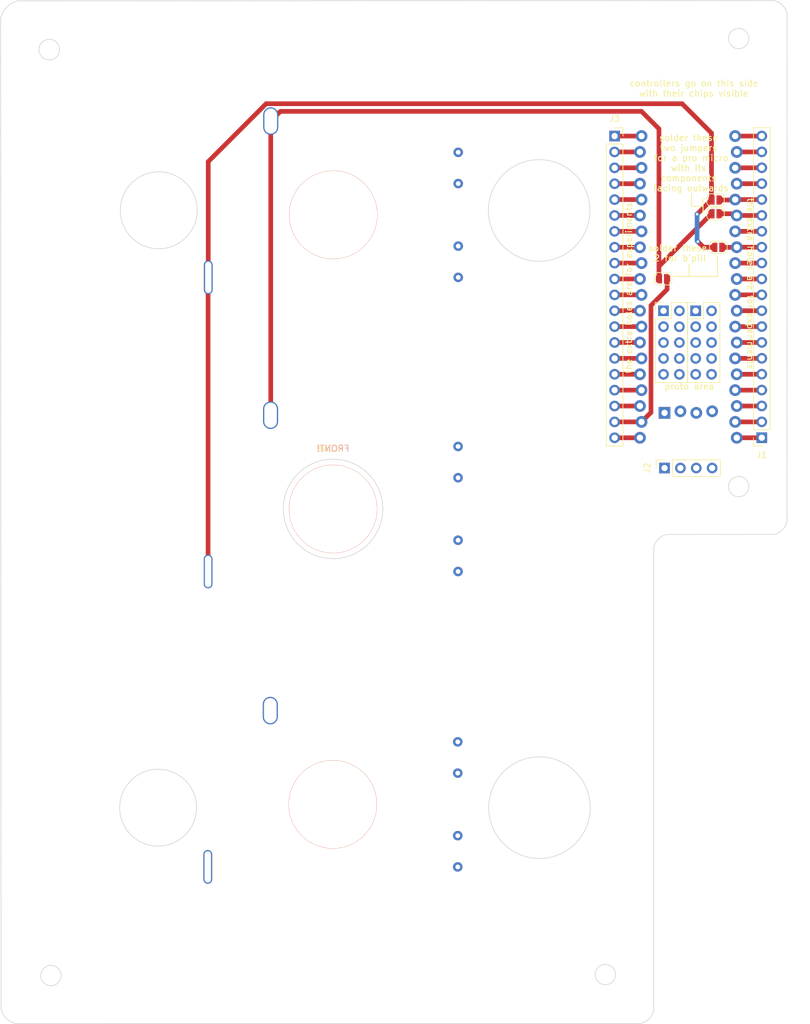
<source format=kicad_pcb>
(kicad_pcb (version 20211014) (generator pcbnew)
  (layers (0 "F.Cu" signal) (31 "B.Cu" signal) (34 "B.Paste" user) (35 "F.Paste" user) (36 "B.SilkS" user "B.Silkscreen") (37 "F.SilkS" user "F.Silkscreen") (38 "B.Mask" user) (39 "F.Mask" user) (44 "Edge.Cuts" user))
  (net 0 "")
  (net 3 "21")
  (net 4 "22")
  (net 5 "23")
  (net 6 "24")
  (net 7 "25")
  (net 8 "26")
  (net 9 "27")
  (net 10 "28")
  (net 11 "29")
  (net 12 "30")
  (net 13 "31")
  (net 14 "32")
  (net 15 "33")
  (net 16 "34")
  (net 17 "35")
  (net 18 "36")
  (net 19 "37")
  (net 20 "38")
  (net 21 "39")
  (net 22 "40")
  (net 23 "41")
  (net 24 "42")
  (net 25 "43")
  (net 26 "44")
  (net 27 "1")
  (net 28 "2")
  (net 29 "3")
  (net 30 "4")
  (net 31 "5")
  (net 32 "6")
  (net 33 "7")
  (net 34 "8")
  (net 35 "9")
  (net 36 "10")
  (net 37 "11")
  (net 38 "12")
  (net 39 "13")
  (net 40 "14")
  (net 41 "15")
  (net 42 "16")
  (net 43 "17")
  (net 44 "18")
  (net 45 "19")
  (net 46 "20")
  (net 47 "Net-(SW3-Pad2)")
  (net 48 "Net-(JP2-Pad1)")
  (footprint "kicad_blackpill:BlackPill_STLINK" (layer "F.Cu") (at 136.025 69.1)
    (fp_text reference " " (at 0.05 -0.025 90) (layer "F.SilkS"))
    (fp_text value "BlackPill")
    (pad "1" thru_hole circle (at -7.493 -25.1 270) (size 1.8796 1.8796) (drill 1.016) (layers *.Cu *.Mask) (net 27 "1"))
    (pad "2" thru_hole circle (at -7.747 -22.56 270) (size 1.8796 1.8796) (drill 1.016) (layers *.Cu *.Mask) (net 28 "2"))
    (pad "3" thru_hole circle (at -7.493 -20.02 270) (size 1.8796 1.8796) (drill 1.016) (layers *.Cu *.Mask) (net 29 "3"))
    (pad "4" thru_hole circle (at -7.747 -17.48 270) (size 1.8796 1.8796) (drill 1.016) (layers *.Cu *.Mask) (net 30 "4"))
    (pad "5" thru_hole circle (at -7.493 -14.94 270) (size 1.8796 1.8796) (drill 1.016) (layers *.Cu *.Mask) (net 31 "5"))
    (pad "6" thru_hole circle (at -7.747 -12.4 270) (size 1.8796 1.8796) (drill 1.016) (layers *.Cu *.Mask) (net 32 "6"))
    (pad "7" thru_hole circle (at -7.493 -9.86 270) (size 1.8796 1.8796) (drill 1.016) (layers *.Cu *.Mask) (net 33 "7"))
    (pad "8" thru_hole circle (at -7.747 -7.32 270) (size 1.8796 1.8796) (drill 1.016) (layers *.Cu *.Mask) (net 34 "8"))
    (pad "9" thru_hole circle (at -7.493 -4.78 270) (size 1.8796 1.8796) (drill 1.016) (layers *.Cu *.Mask) (net 35 "9"))
    (pad "10" thru_hole circle (at -7.747 -2.24 270) (size 1.8796 1.8796) (drill 1.016) (layers *.Cu *.Mask) (net 36 "10"))
    (pad "11" thru_hole circle (at -7.493 0.3 270) (size 1.8796 1.8796) (drill 1.016) (layers *.Cu *.Mask) (net 37 "11"))
    (pad "12" thru_hole circle (at -7.747 2.84 270) (size 1.8796 1.8796) (drill 1.016) (layers *.Cu *.Mask) (net 38 "12"))
    (pad "13" thru_hole circle (at -7.493 5.38 270) (size 1.8796 1.8796) (drill 1.016) (layers *.Cu *.Mask) (net 39 "13"))
    (pad "14" thru_hole circle (at -7.747 7.92 270) (size 1.8796 1.8796) (drill 1.016) (layers *.Cu *.Mask) (net 40 "14"))
    (pad "15" thru_hole circle (at -7.493 10.46 270) (size 1.8796 1.8796) (drill 1.016) (layers *.Cu *.Mask) (net 41 "15"))
    (pad "16" thru_hole circle (at -7.747 13 270) (size 1.8796 1.8796) (drill 1.016) (layers *.Cu *.Mask) (net 42 "16"))
    (pad "17" thru_hole circle (at -7.493 15.54 270) (size 1.8796 1.8796) (drill 1.016) (layers *.Cu *.Mask) (net 43 "17"))
    (pad "18" thru_hole circle (at -7.747 18.08 270) (size 1.8796 1.8796) (drill 1.016) (layers *.Cu *.Mask) (net 44 "18"))
    (pad "19" thru_hole circle (at -7.493 20.62 270) (size 1.8796 1.8796) (drill 1.016) (layers *.Cu *.Mask) (net 45 "19"))
    (pad "20" thru_hole circle (at -7.747 23.16 270) (size 1.8796 1.8796) (drill 1.016) (layers *.Cu *.Mask) (net 46 "20"))
    (pad "21" thru_hole circle (at 7.747 23.16 90) (size 1.8796 1.8796) (drill 1.016) (layers *.Cu *.Mask) (net 3 "21"))
    (pad "22" thru_hole circle (at 7.493 20.62 90) (size 1.8796 1.8796) (drill 1.016) (layers *.Cu *.Mask) (net 4 "22"))
    (pad "23" thru_hole circle (at 7.747 18.08 90) (size 1.8796 1.8796) (drill 1.016) (layers *.Cu *.Mask) (net 5 "23"))
    (pad "24" thru_hole circle (at 7.493 15.54 90) (size 1.8796 1.8796) (drill 1.016) (layers *.Cu *.Mask) (net 6 "24"))
    (pad "25" thru_hole circle (at 7.747 13 90) (size 1.8796 1.8796) (drill 1.016) (layers *.Cu *.Mask) (net 7 "25"))
    (pad "26" thru_hole circle (at 7.493 10.46 90) (size 1.8796 1.8796) (drill 1.016) (layers *.Cu *.Mask) (net 8 "26"))
    (pad "27" thru_hole circle (at 7.747 7.92 90) (size 1.8796 1.8796) (drill 1.016) (layers *.Cu *.Mask) (net 9 "27"))
    (pad "28" thru_hole circle (at 7.493 5.38 90) (size 1.8796 1.8796) (drill 1.016) (layers *.Cu *.Mask) (net 10 "28"))
    (pad "29" thru_hole circle (at 7.747 2.84 90) (size 1.8796 1.8796) (drill 1.016) (layers *.Cu *.Mask) (net 11 "29"))
    (pad "30" thru_hole circle (at 7.493 0.3 90) (size 1.8796 1.8796) (drill 1.016) (layers *.Cu *.Mask) (net 12 "30"))
    (pad "31" thru_hole circle (at 7.747 -2.24 90) (size 1.8796 1.8796) (drill 1.016) (layers *.Cu *.Mask) (net 13 "31"))
    (pad "32" thru_hole circle (at 7.493 -4.78 90) (size 1.8796 1.8796) (drill 1.016) (layers *.Cu *.Mask) (net 14 "32"))
    (pad "33" thru_hole circle (at 7.747 -7.32 90) (size 1.8796 1.8796) (drill 1.016) (layers *.Cu *.Mask) (net 15 "33"))
    (pad "34" thru_hole circle (at 7.493 -9.86 90) (size 1.8796 1.8796) (drill 1.016) (layers *.Cu *.Mask) (net 16 "34"))
    (pad "35" thru_hole circle (at 7.747 -12.4 90) (size 1.8796 1.8796) (drill 1.016) (layers *.Cu *.Mask) (net 17 "35"))
    (pad "36" thru_hole circle (at 7.493 -14.94 90) (size 1.8796 1.8796) (drill 1.016) (layers *.Cu *.Mask) (net 18 "36"))
    (pad "37" thru_hole circle (at 7.747 -17.48 90) (size 1.8796 1.8796) (drill 1.016) (layers *.Cu *.Mask) (net 19 "37"))
    (pad "38" thru_hole circle (at 7.493 -20.02 90) (size 1.8796 1.8796) (drill 1.016) (layers *.Cu *.Mask) (net 20 "38"))
    (pad "39" thru_hole circle (at 7.747 -22.56 90) (size 1.8796 1.8796) (drill 1.016) (layers *.Cu *.Mask) (net 21 "39"))
    (pad "40" thru_hole circle (at 7.493 -25.1 90) (size 1.8796 1.8796) (drill 1.016) (layers *.Cu *.Mask) (net 22 "40"))
    (pad "41" thru_hole rect (at -3.81 19.177 90) (size 1.8796 1.8796) (drill 1.016) (layers *.Cu *.Mask) (net 23 "41"))
    (pad "42" thru_hole circle (at -1.27 18.923 90) (size 1.8796 1.8796) (drill 1.016) (layers *.Cu *.Mask) (net 24 "42"))
    (pad "43" thru_hole circle (at 1.27 19.177 90) (size 1.8796 1.8796) (drill 1.016) (layers *.Cu *.Mask) (net 25 "43"))
    (pad "44" thru_hole circle (at 3.81 18.923 90) (size 1.8796 1.8796) (drill 1.016) (layers *.Cu *.Mask) (net 26 "44"))
  )
  (footprint "Jumper:SolderJumper-2_P1.3mm_Open_RoundedPad1.0x1.5mm" (layer "F.Cu") (at 140.375 56.425)
    (fp_text reference " " (at 0 -1.8) (layer "F.SilkS"))
    (fp_text value "Jumper_2_Open")
    (fp_line (start 0.7 1) (end -0.7 1) (layer "F.SilkS") (width 0.12))
    (fp_line (start 1.4 -0.3) (end 1.4 0.3) (layer "F.SilkS") (width 0.12))
    (fp_line (start -1.4 0.3) (end -1.4 -0.3) (layer "F.SilkS") (width 0.12))
    (fp_line (start -0.7 -1) (end 0.7 -1) (layer "F.SilkS") (width 0.12))
    (fp_arc (start 1.4 0.3) (mid 1.194975 0.794975) (end 0.7 1) (layer "F.SilkS") (width 0.12))
    (fp_arc (start 0.7 -1) (mid 1.194975 -0.794975) (end 1.4 -0.3) (layer "F.SilkS") (width 0.12))
    (fp_arc (start -0.7 1) (mid -1.194975 0.794975) (end -1.4 0.3) (layer "F.SilkS") (width 0.12))
    (fp_arc (start -1.4 -0.3) (mid -1.194975 -0.794975) (end -0.7 -1) (layer "F.SilkS") (width 0.12))
    (pad "1" smd custom (at -0.65 0) (size 1 0.5) (layers "F.Cu" "F.Mask") (net 48 "Net-(JP2-Pad1)") (options (clearance outline) (anchor rect)) (primitives (gr_circle (center 0 0.25) (end 0.5 0.25) (width 0) (fill yes)) (gr_circle (center 0 -0.25) (end 0.5 -0.25) (width 0) (fill yes)) (gr_poly (pts (xy 0.5 0.75) (xy 0 0.75) (xy 0 -0.75) (xy 0.5 -0.75)) (width 0) (fill yes))))
    (pad "2" smd custom (at 0.65 0) (size 1 0.5) (layers "F.Cu" "F.Mask") (net 17 "35") (options (clearance outline) (anchor rect)) (primitives (gr_circle (center 0 0.25) (end 0.5 0.25) (width 0) (fill yes)) (gr_circle (center 0 -0.25) (end 0.5 -0.25) (width 0) (fill yes)) (gr_poly (pts (xy 0 0.75) (xy -0.5 0.75) (xy -0.5 -0.75) (xy 0 -0.75)) (width 0) (fill yes))))
  )
  (footprint "Connector_PinSocket_2.54mm:PinSocket_1x20_P2.54mm_Vertical" (layer "F.Cu") (at 147.775 92.25 180)
    (fp_text reference "J1" (at 0 -2.77) (layer "F.SilkS"))
    (fp_text value "Conn_01x20_Female")
    (fp_line (start 1.33 -1.33) (end 1.33 0) (layer "F.SilkS") (width 0.12))
    (fp_line (start -1.33 1.27) (end 1.33 1.27) (layer "F.SilkS") (width 0.12))
    (fp_line (start -1.33 1.27) (end -1.33 49.59) (layer "F.SilkS") (width 0.12))
    (fp_line (start 0 -1.33) (end 1.33 -1.33) (layer "F.SilkS") (width 0.12))
    (fp_line (start 1.33 1.27) (end 1.33 49.59) (layer "F.SilkS") (width 0.12))
    (fp_line (start -1.33 49.59) (end 1.33 49.59) (layer "F.SilkS") (width 0.12))
    (pad "1" thru_hole rect (at 0 0 180) (size 1.7 1.7) (drill 1) (layers *.Cu *.Mask) (net 3 "21"))
    (pad "2" thru_hole oval (at 0 2.54 180) (size 1.7 1.7) (drill 1) (layers *.Cu *.Mask) (net 4 "22"))
    (pad "3" thru_hole oval (at 0 5.08 180) (size 1.7 1.7) (drill 1) (layers *.Cu *.Mask) (net 5 "23"))
    (pad "4" thru_hole oval (at 0 7.62 180) (size 1.7 1.7) (drill 1) (layers *.Cu *.Mask) (net 6 "24"))
    (pad "5" thru_hole oval (at 0 10.16 180) (size 1.7 1.7) (drill 1) (layers *.Cu *.Mask) (net 7 "25"))
    (pad "6" thru_hole oval (at 0 12.7 180) (size 1.7 1.7) (drill 1) (layers *.Cu *.Mask) (net 8 "26"))
    (pad "7" thru_hole oval (at 0 15.24 180) (size 1.7 1.7) (drill 1) (layers *.Cu *.Mask) (net 9 "27"))
    (pad "8" thru_hole oval (at 0 17.78 180) (size 1.7 1.7) (drill 1) (layers *.Cu *.Mask) (net 10 "28"))
    (pad "9" thru_hole oval (at 0 20.32 180) (size 1.7 1.7) (drill 1) (layers *.Cu *.Mask) (net 11 "29"))
    (pad "10" thru_hole oval (at 0 22.86 180) (size 1.7 1.7) (drill 1) (layers *.Cu *.Mask) (net 12 "30"))
    (pad "11" thru_hole oval (at 0 25.4 180) (size 1.7 1.7) (drill 1) (layers *.Cu *.Mask) (net 13 "31"))
    (pad "12" thru_hole oval (at 0 27.94 180) (size 1.7 1.7) (drill 1) (layers *.Cu *.Mask) (net 14 "32"))
    (pad "13" thru_hole oval (at 0 30.48 180) (size 1.7 1.7) (drill 1) (layers *.Cu *.Mask) (net 15 "33"))
    (pad "14" thru_hole oval (at 0 33.02 180) (size 1.7 1.7) (drill 1) (layers *.Cu *.Mask) (net 16 "34"))
    (pad "15" thru_hole oval (at 0 35.56 180) (size 1.7 1.7) (drill 1) (layers *.Cu *.Mask) (net 17 "35"))
    (pad "16" thru_hole oval (at 0 38.1 180) (size 1.7 1.7) (drill 1) (layers *.Cu *.Mask) (net 18 "36"))
    (pad "17" thru_hole oval (at 0 40.64 180) (size 1.7 1.7) (drill 1) (layers *.Cu *.Mask) (net 19 "37"))
    (pad "18" thru_hole oval (at 0 43.18 180) (size 1.7 1.7) (drill 1) (layers *.Cu *.Mask) (net 20 "38"))
    (pad "19" thru_hole oval (at 0 45.72 180) (size 1.7 1.7) (drill 1) (layers *.Cu *.Mask) (net 21 "39"))
    (pad "20" thru_hole oval (at 0 48.26 180) (size 1.7 1.7) (drill 1) (layers *.Cu *.Mask) (net 22 "40"))
  )
  (footprint "Jumper:SolderJumper-2_P1.3mm_Open_RoundedPad1.0x1.5mm" (layer "F.Cu") (at 140.375 54.225 180)
    (fp_text reference " " (at 0 -1.8) (layer "F.SilkS"))
    (fp_text value "Jumper_2_Open")
    (fp_line (start -0.7 -1) (end 0.7 -1) (layer "F.SilkS") (width 0.12))
    (fp_line (start 1.4 -0.3) (end 1.4 0.3) (layer "F.SilkS") (width 0.12))
    (fp_line (start 0.7 1) (end -0.7 1) (layer "F.SilkS") (width 0.12))
    (fp_line (start -1.4 0.3) (end -1.4 -0.3) (layer "F.SilkS") (width 0.12))
    (fp_arc (start 0.7 -1) (mid 1.194975 -0.794975) (end 1.4 -0.3) (layer "F.SilkS") (width 0.12))
    (fp_arc (start -1.4 -0.3) (mid -1.194975 -0.794975) (end -0.7 -1) (layer "F.SilkS") (width 0.12))
    (fp_arc (start -0.7 1) (mid -1.194975 0.794975) (end -1.4 0.3) (layer "F.SilkS") (width 0.12))
    (fp_arc (start 1.4 0.3) (mid 1.194975 0.794975) (end 0.7 1) (layer "F.SilkS") (width 0.12))
    (pad "1" smd custom (at -0.65 0 180) (size 1 0.5) (layers "F.Cu" "F.Mask") (net 18 "36") (options (clearance outline) (anchor rect)) (primitives (gr_circle (center 0 0.25) (end 0.5 0.25) (width 0) (fill yes)) (gr_circle (center 0 -0.25) (end 0.5 -0.25) (width 0) (fill yes)) (gr_poly (pts (xy 0.5 0.75) (xy 0 0.75) (xy 0 -0.75) (xy 0.5 -0.75)) (width 0) (fill yes))))
    (pad "2" smd custom (at 0.65 0 180) (size 1 0.5) (layers "F.Cu" "F.Mask") (net 47 "Net-(SW3-Pad2)") (options (clearance outline) (anchor rect)) (primitives (gr_circle (center 0 0.25) (end 0.5 0.25) (width 0) (fill yes)) (gr_circle (center 0 -0.25) (end 0.5 -0.25) (width 0) (fill yes)) (gr_poly (pts (xy 0 0.75) (xy -0.5 0.75) (xy -0.5 -0.75) (xy 0 -0.75)) (width 0) (fill yes))))
  )
  (footprint "Jumper:SolderJumper-2_P1.3mm_Open_RoundedPad1.0x1.5mm" (layer "F.Cu") (at 140.825 61.8)
    (fp_text reference " " (at 0 -1.8) (layer "F.SilkS"))
    (fp_text value "Jumper_2_Open")
    (fp_line (start -1.4 0.3) (end -1.4 -0.3) (layer "F.SilkS") (width 0.12))
    (fp_line (start 1.4 -0.3) (end 1.4 0.3) (layer "F.SilkS") (width 0.12))
    (fp_line (start -0.7 -1) (end 0.7 -1) (layer "F.SilkS") (width 0.12))
    (fp_line (start 0.7 1) (end -0.7 1) (layer "F.SilkS") (width 0.12))
    (fp_arc (start 0.7 -1) (mid 1.194975 -0.794975) (end 1.4 -0.3) (layer "F.SilkS") (width 0.12))
    (fp_arc (start -0.7 1) (mid -1.194975 0.794975) (end -1.4 0.3) (layer "F.SilkS") (width 0.12))
    (fp_arc (start -1.4 -0.3) (mid -1.194975 -0.794975) (end -0.7 -1) (layer "F.SilkS") (width 0.12))
    (fp_arc (start 1.4 0.3) (mid 1.194975 0.794975) (end 0.7 1) (layer "F.SilkS") (width 0.12))
    (pad "1" smd custom (at -0.65 0) (size 1 0.5) (layers "F.Cu" "F.Mask") (net 47 "Net-(SW3-Pad2)") (options (clearance outline) (anchor rect)) (primitives (gr_circle (center 0 0.25) (end 0.5 0.25) (width 0) (fill yes)) (gr_circle (center 0 -0.25) (end 0.5 -0.25) (width 0) (fill yes)) (gr_poly (pts (xy 0.5 0.75) (xy 0 0.75) (xy 0 -0.75) (xy 0.5 -0.75)) (width 0) (fill yes))))
    (pad "2" smd custom (at 0.65 0) (size 1 0.5) (layers "F.Cu" "F.Mask") (net 15 "33") (options (clearance outline) (anchor rect)) (primitives (gr_circle (center 0 0.25) (end 0.5 0.25) (width 0) (fill yes)) (gr_circle (center 0 -0.25) (end 0.5 -0.25) (width 0) (fill yes)) (gr_poly (pts (xy 0 0.75) (xy -0.5 0.75) (xy -0.5 -0.75) (xy 0 -0.75)) (width 0) (fill yes))))
  )
  (footprint "Connector_PinSocket_2.54mm:PinSocket_1x20_P2.54mm_Vertical" (layer "F.Cu") (at 124.225 44)
    (fp_text reference "J3" (at 0 -2.77) (layer "F.SilkS"))
    (fp_text value "Conn_01x20_Female")
    (fp_line (start -1.33 1.27) (end -1.33 49.59) (layer "F.SilkS") (width 0.12))
    (fp_line (start -1.33 49.59) (end 1.33 49.59) (layer "F.SilkS") (width 0.12))
    (fp_line (start 1.33 1.27) (end 1.33 49.59) (layer "F.SilkS") (width 0.12))
    (fp_line (start 0 -1.33) (end 1.33 -1.33) (layer "F.SilkS") (width 0.12))
    (fp_line (start 1.33 -1.33) (end 1.33 0) (layer "F.SilkS") (width 0.12))
    (fp_line (start -1.33 1.27) (end 1.33 1.27) (layer "F.SilkS") (width 0.12))
    (pad "1" thru_hole rect (at 0 0) (size 1.7 1.7) (drill 1) (layers *.Cu *.Mask) (net 27 "1"))
    (pad "2" thru_hole oval (at 0 2.54) (size 1.7 1.7) (drill 1) (layers *.Cu *.Mask) (net 28 "2"))
    (pad "3" thru_hole oval (at 0 5.08) (size 1.7 1.7) (drill 1) (layers *.Cu *.Mask) (net 29 "3"))
    (pad "4" thru_hole oval (at 0 7.62) (size 1.7 1.7) (drill 1) (layers *.Cu *.Mask) (net 30 "4"))
    (pad "5" thru_hole oval (at 0 10.16) (size 1.7 1.7) (drill 1) (layers *.Cu *.Mask) (net 31 "5"))
    (pad "6" thru_hole oval (at 0 12.7) (size 1.7 1.7) (drill 1) (layers *.Cu *.Mask) (net 32 "6"))
    (pad "7" thru_hole oval (at 0 15.24) (size 1.7 1.7) (drill 1) (layers *.Cu *.Mask) (net 33 "7"))
    (pad "8" thru_hole oval (at 0 17.78) (size 1.7 1.7) (drill 1) (layers *.Cu *.Mask) (net 34 "8"))
    (pad "9" thru_hole oval (at 0 20.32) (size 1.7 1.7) (drill 1) (layers *.Cu *.Mask) (net 35 "9"))
    (pad "10" thru_hole oval (at 0 22.86) (size 1.7 1.7) (drill 1) (layers *.Cu *.Mask) (net 36 "10"))
    (pad "11" thru_hole oval (at 0 25.4) (size 1.7 1.7) (drill 1) (layers *.Cu *.Mask) (net 37 "11"))
    (pad "12" thru_hole oval (at 0 27.94) (size 1.7 1.7) (drill 1) (layers *.Cu *.Mask) (net 38 "12"))
    (pad "13" thru_hole oval (at 0 30.48) (size 1.7 1.7) (drill 1) (layers *.Cu *.Mask) (net 39 "13"))
    (pad "14" thru_hole oval (at 0 33.02) (size 1.7 1.7) (drill 1) (layers *.Cu *.Mask) (net 40 "14"))
    (pad "15" thru_hole oval (at 0 35.56) (size 1.7 1.7) (drill 1) (layers *.Cu *.Mask) (net 41 "15"))
    (pad "16" thru_hole oval (at 0 38.1) (size 1.7 1.7) (drill 1) (layers *.Cu *.Mask) (net 42 "16"))
    (pad "17" thru_hole oval (at 0 40.64) (size 1.7 1.7) (drill 1) (layers *.Cu *.Mask) (net 43 "17"))
    (pad "18" thru_hole oval (at 0 43.18) (size 1.7 1.7) (drill 1) (layers *.Cu *.Mask) (net 44 "18"))
    (pad "19" thru_hole oval (at 0 45.72) (size 1.7 1.7) (drill 1) (layers *.Cu *.Mask) (net 45 "19"))
    (pad "20" thru_hole oval (at 0 48.26) (size 1.7 1.7) (drill 1) (layers *.Cu *.Mask) (net 46 "20"))
  )
  (footprint "Connector_PinSocket_2.54mm:PinSocket_1x04_P2.54mm_Vertical" (layer "F.Cu") (at 132.21 97.1 90)
    (fp_text reference "J2" (at 0 -2.77 90) (layer "F.SilkS"))
    (fp_text value "Conn_01x04_Female")
    (fp_line (start -1.33 1.27) (end 1.33 1.27) (layer "F.SilkS") (width 0.12))
    (fp_line (start -1.33 1.27) (end -1.33 8.95) (layer "F.SilkS") (width 0.12))
    (fp_line (start 1.33 -1.33) (end 1.33 0) (layer "F.SilkS") (width 0.12))
    (fp_line (start -1.33 8.95) (end 1.33 8.95) (layer "F.SilkS") (width 0.12))
    (fp_line (start 1.33 1.27) (end 1.33 8.95) (layer "F.SilkS") (width 0.12))
    (fp_line (start 0 -1.33) (end 1.33 -1.33) (layer "F.SilkS") (width 0.12))
    (pad "1" thru_hole rect (at 0 0 90) (size 1.7 1.7) (drill 1) (layers *.Cu *.Mask) (net 23 "41"))
    (pad "2" thru_hole oval (at 0 2.54 90) (size 1.7 1.7) (drill 1) (layers *.Cu *.Mask) (net 24 "42"))
    (pad "3" thru_hole oval (at 0 5.08 90) (size 1.7 1.7) (drill 1) (layers *.Cu *.Mask) (net 25 "43"))
    (pad "4" thru_hole oval (at 0 7.62 90) (size 1.7 1.7) (drill 1) (layers *.Cu *.Mask) (net 26 "44"))
  )
  (footprint "Jumper:SolderJumper-2_P1.3mm_Open_RoundedPad1.0x1.5mm" (layer "F.Cu") (at 131.975 66.825)
    (fp_text reference " " (at 0 -1.8) (layer "F.SilkS"))
    (fp_text value "Jumper_2_Open")
    (fp_line (start 1.4 -0.3) (end 1.4 0.3) (layer "F.SilkS") (width 0.12))
    (fp_line (start -0.7 -1) (end 0.7 -1) (layer "F.SilkS") (width 0.12))
    (fp_line (start 0.7 1) (end -0.7 1) (layer "F.SilkS") (width 0.12))
    (fp_line (start -1.4 0.3) (end -1.4 -0.3) (layer "F.SilkS") (width 0.12))
    (fp_arc (start 0.7 -1) (mid 1.194975 -0.794975) (end 1.4 -0.3) (layer "F.SilkS") (width 0.12))
    (fp_arc (start -0.7 1) (mid -1.194975 0.794975) (end -1.4 0.3) (layer "F.SilkS") (width 0.12))
    (fp_arc (start -1.4 -0.3) (mid -1.194975 -0.794975) (end -0.7 -1) (layer "F.SilkS") (width 0.12))
    (fp_arc (start 1.4 0.3) (mid 1.194975 0.794975) (end 0.7 1) (layer "F.SilkS") (width 0.12))
    (pad "1" smd custom (at -0.65 0) (size 1 0.5) (layers "F.Cu" "F.Mask") (net 48 "Net-(JP2-Pad1)") (options (clearance outline) (anchor rect)) (primitives (gr_circle (center 0 0.25) (end 0.5 0.25) (width 0) (fill yes)) (gr_circle (center 0 -0.25) (end 0.5 -0.25) (width 0) (fill yes)) (gr_poly (pts (xy 0.5 0.75) (xy 0 0.75) (xy 0 -0.75) (xy 0.5 -0.75)) (width 0) (fill yes))))
    (pad "2" smd custom (at 0.65 0) (size 1 0.5) (layers "F.Cu" "F.Mask") (net 45 "19") (options (clearance outline) (anchor rect)) (primitives (gr_circle (center 0 0.25) (end 0.5 0.25) (width 0) (fill yes)) (gr_circle (center 0 -0.25) (end 0.5 -0.25) (width 0) (fill yes)) (gr_poly (pts (xy 0 0.75) (xy -0.5 0.75) (xy -0.5 -0.75) (xy 0 -0.75)) (width 0) (fill yes))))
  )
  (footprint "Connector_PinHeader_2.54mm:PinHeader_2x05_P2.54mm_Vertical" (layer "F.Cu") (at 137.2 71.95)
    (fp_text reference "  " (at 1.27 -2.33) (layer "F.SilkS"))
    (fp_text value "PinHeader_2x05_P2.54mm_Vertical")
    (fp_line (start 1.27 1.27) (end 1.27 -1.33) (layer "F.SilkS") (width 0.12))
    (fp_line (start -1.33 11.49) (end 3.87 11.49) (layer "F.SilkS") (width 0.12))
    (fp_line (start 3.87 -1.33) (end 3.87 11.49) (layer "F.SilkS") (width 0.12))
    (fp_line (start -1.33 1.27) (end 1.27 1.27) (layer "F.SilkS") (width 0.12))
    (fp_line (start 1.27 -1.33) (end 3.87 -1.33) (layer "F.SilkS") (width 0.12))
    (fp_line (start -1.33 0) (end -1.33 -1.33) (layer "F.SilkS") (width 0.12))
    (fp_line (start -1.33 -1.33) (end 0 -1.33) (layer "F.SilkS") (width 0.12))
    (fp_line (start -1.33 1.27) (end -1.33 11.49) (layer "F.SilkS") (width 0.12))
    (pad "1" thru_hole rect (at 0 0) (size 1.7 1.7) (drill 1) (layers *.Cu *.Mask))
    (pad "2" thru_hole oval (at 2.54 0) (size 1.7 1.7) (drill 1) (layers *.Cu *.Mask))
    (pad "3" thru_hole oval (at 0 2.54) (size 1.7 1.7) (drill 1) (layers *.Cu *.Mask))
    (pad "4" thru_hole oval (at 2.54 2.54) (size 1.7 1.7) (drill 1) (layers *.Cu *.Mask))
    (pad "5" thru_hole oval (at 0 5.08) (size 1.7 1.7) (drill 1) (layers *.Cu *.Mask))
    (pad "6" thru_hole oval (at 2.54 5.08) (size 1.7 1.7) (drill 1) (layers *.Cu *.Mask))
    (pad "7" thru_hole oval (at 0 7.62) (size 1.7 1.7) (drill 1) (layers *.Cu *.Mask))
    (pad "8" thru_hole oval (at 2.54 7.62) (size 1.7 1.7) (drill 1) (layers *.Cu *.Mask))
    (pad "9" thru_hole oval (at 0 10.16) (size 1.7 1.7) (drill 1) (layers *.Cu *.Mask))
    (pad "10" thru_hole oval (at 2.54 10.16) (size 1.7 1.7) (drill 1) (layers *.Cu *.Mask))
  )
  (footprint "Connector_PinHeader_2.54mm:PinHeader_2x05_P2.54mm_Vertical" (layer "F.Cu") (at 132.05 71.95)
    (fp_text reference " " (at 1.27 -2.33) (layer "F.SilkS"))
    (fp_text value "PinHeader_2x05_P2.54mm_Vertical")
    (fp_line (start -1.33 1.27) (end -1.33 11.49) (layer "F.SilkS") (width 0.12))
    (fp_line (start 1.27 -1.33) (end 3.87 -1.33) (layer "F.SilkS") (width 0.12))
    (fp_line (start -1.33 11.49) (end 3.87 11.49) (layer "F.SilkS") (width 0.12))
    (fp_line (start 1.27 1.27) (end 1.27 -1.33) (layer "F.SilkS") (width 0.12))
    (fp_line (start -1.33 0) (end -1.33 -1.33) (layer "F.SilkS") (width 0.12))
    (fp_line (start -1.33 -1.33) (end 0 -1.33) (layer "F.SilkS") (width 0.12))
    (fp_line (start 3.87 -1.33) (end 3.87 11.49) (layer "F.SilkS") (width 0.12))
    (fp_line (start -1.33 1.27) (end 1.27 1.27) (layer "F.SilkS") (width 0.12))
    (pad "1" thru_hole rect (at 0 0) (size 1.7 1.7) (drill 1) (layers *.Cu *.Mask))
    (pad "2" thru_hole oval (at 2.54 0) (size 1.7 1.7) (drill 1) (layers *.Cu *.Mask))
    (pad "3" thru_hole oval (at 0 2.54) (size 1.7 1.7) (drill 1) (layers *.Cu *.Mask))
    (pad "4" thru_hole oval (at 2.54 2.54) (size 1.7 1.7) (drill 1) (layers *.Cu *.Mask))
    (pad "5" thru_hole oval (at 0 5.08) (size 1.7 1.7) (drill 1) (layers *.Cu *.Mask))
    (pad "6" thru_hole oval (at 2.54 5.08) (size 1.7 1.7) (drill 1) (layers *.Cu *.Mask))
    (pad "7" thru_hole oval (at 0 7.62) (size 1.7 1.7) (drill 1) (layers *.Cu *.Mask))
    (pad "8" thru_hole oval (at 2.54 7.62) (size 1.7 1.7) (drill 1) (layers *.Cu *.Mask))
    (pad "9" thru_hole oval (at 0 10.16) (size 1.7 1.7) (drill 1) (layers *.Cu *.Mask))
    (pad "10" thru_hole oval (at 2.54 10.16) (size 1.7 1.7) (drill 1) (layers *.Cu *.Mask))
  )
  (footprint "kailh_big_series:kailh_big_series" (layer "B.Cu") (at 79.175 103.65 -90)
    (fp_text reference " " (at 0 -31 90) (layer "B.SilkS") (effects (justify mirror)))
    (fp_text value "SW_Push")
    (fp_circle (center 0 0) (end -7 0) (layer "B.SilkS") (width 0.15) (fill none))
    (pad "" thru_hole circle (at 0 0 270) (size 14 14) (drill 14) (layers *.Cu *.Mask))
    (pad "1" thru_hole oval (at -15 10 270) (size 4.4 2.4) (drill oval 4 2) (layers *.Cu *.Mask) (net 48 "Net-(JP2-Pad1)"))
    (pad "2" thru_hole oval (at 10 20 270) (size 5.4 1.4) (drill oval 5 1) (layers *.Cu *.Mask) (net 47 "Net-(SW3-Pad2)"))
    (pad "4" thru_hole circle (at 10 -20 270) (size 1.524 1.524) (drill 0.762) (layers *.Cu *.Mask))
    (pad "5" thru_hole circle (at 5 -20 270) (size 1.524 1.524) (drill 0.762) (layers *.Cu *.Mask))
    (pad "6" thru_hole circle (at -5 -20 270) (size 1.524 1.524) (drill 0.762) (layers *.Cu *.Mask))
    (pad "7" thru_hole circle (at -10 -20 270) (size 1.524 1.524) (drill 0.762) (layers *.Cu *.Mask))
  )
  (footprint "kailh_big_series:kailh_big_series" (layer "B.Cu") (at 79.2 56.6 -90)
    (fp_text reference " " (at 0 -31 90) (layer "B.SilkS") (effects (justify mirror)))
    (fp_text value "SW_Push")
    (fp_circle (center 0 0) (end -7 0) (layer "B.SilkS") (width 0.15) (fill none))
    (pad "" thru_hole circle (at 0 0 270) (size 14 14) (drill 14) (layers *.Cu *.Mask))
    (pad "1" thru_hole oval (at -15 10 270) (size 4.4 2.4) (drill oval 4 2) (layers *.Cu *.Mask) (net 48 "Net-(JP2-Pad1)"))
    (pad "2" thru_hole oval (at 10 20 270) (size 5.4 1.4) (drill oval 5 1) (layers *.Cu *.Mask) (net 47 "Net-(SW3-Pad2)"))
    (pad "4" thru_hole circle (at 10 -20 270) (size 1.524 1.524) (drill 0.762) (layers *.Cu *.Mask))
    (pad "5" thru_hole circle (at 5 -20 270) (size 1.524 1.524) (drill 0.762) (layers *.Cu *.Mask))
    (pad "6" thru_hole circle (at -5 -20 270) (size 1.524 1.524) (drill 0.762) (layers *.Cu *.Mask))
    (pad "7" thru_hole circle (at -10 -20 270) (size 1.524 1.524) (drill 0.762) (layers *.Cu *.Mask))
  )
  (footprint "kailh_big_series:kailh_big_series" (layer "B.Cu") (at 79.125 150.9 -90)
    (fp_text reference " " (at 0 -31 90) (layer "B.SilkS") (effects (justify mirror)))
    (fp_text value "SW_Push")
    (fp_circle (center 0 0) (end -7 0) (layer "B.SilkS") (width 0.15) (fill none))
    (pad "" thru_hole circle (at 0 0 270) (size 14 14) (drill 14) (layers *.Cu *.Mask))
    (pad "1" thru_hole oval (at -15 10 270) (size 4.4 2.4) (drill oval 4 2) (layers *.Cu *.Mask))
    (pad "2" thru_hole oval (at 10 20 270) (size 5.4 1.4) (drill oval 5 1) (layers *.Cu *.Mask))
    (pad "4" thru_hole circle (at 10 -20 270) (size 1.524 1.524) (drill 0.762) (layers *.Cu *.Mask))
    (pad "5" thru_hole circle (at 5 -20 270) (size 1.524 1.524) (drill 0.762) (layers *.Cu *.Mask))
    (pad "6" thru_hole circle (at -5 -20 270) (size 1.524 1.524) (drill 0.762) (layers *.Cu *.Mask))
    (pad "7" thru_hole circle (at -10 -20 270) (size 1.524 1.524) (drill 0.762) (layers *.Cu *.Mask))
  )
  (gr_line (start 136.15 66.45) (end 133.625 66.45) (layer "F.SilkS") (width 0.15))
  (gr_line (start 136.55 53.15) (end 136.55 55.25) (layer "F.SilkS") (width 0.15))
  (gr_line (start 136.55 55.25) (end 138.375 55.25) (layer "F.SilkS") (width 0.15))
  (gr_line (start 138.375 54.125) (end 138.6 54.125) (layer "F.SilkS") (width 0.15))
  (gr_line (start 140.7 66.45) (end 140.7 63.175) (layer "F.SilkS") (width 0.15))
  (gr_line (start 136.2 66.45) (end 140.7 66.45) (layer "F.SilkS") (width 0.15))
  (gr_line (start 138.375 56.35) (end 138.6 56.35) (layer "F.SilkS") (width 0.15))
  (gr_line (start 136.15 64.525) (end 136.15 66.45) (layer "F.SilkS") (width 0.15))
  (gr_line (start 138.375 55.25) (end 138.375 54.125) (layer "F.SilkS") (width 0.15))
  (gr_line (start 138.375 55.25) (end 138.375 56.35) (layer "F.SilkS") (width 0.15))
  (gr_arc (start 28.33502 185.954073) (mid 26.888026 185.119867) (end 26.048839 183.675756) (layer "Edge.Cuts") (width 0.1))
  (gr_circle (center 112.15 55.9) (end 120.275 55.875) (layer "Edge.Cuts") (width 0.1) (fill none))
  (gr_line (start 28.691494 22.381071) (end 149.791837 22.325928) (layer "Edge.Cuts") (width 0.1))
  (gr_line (start 151.824074 24.358169) (end 151.815019 105.682074) (layer "Edge.Cuts") (width 0.1))
  (gr_line (start 26.048839 183.675756) (end 25.975021 25.114074) (layer "Edge.Cuts") (width 0.1))
  (gr_line (start 130.479021 109.746074) (end 130.479019 183.914074) (layer "Edge.Cuts") (width 0.1))
  (gr_circle (center 51.175 151.425) (end 57.325 151.55) (layer "Edge.Cuts") (width 0.1) (fill none))
  (gr_circle (center 122.75 178.125) (end 124.375 178.075) (layer "Edge.Cuts") (width 0.1) (fill none))
  (gr_arc (start 149.791837 22.325928) (mid 151.080494 23.06951) (end 151.824074 24.358169) (layer "Edge.Cuts") (width 0.1))
  (gr_circle (center 112.2 151.425) (end 120.325 151.4) (layer "Edge.Cuts") (width 0.1) (fill none))
  (gr_arc (start 25.975021 25.114074) (mid 26.96709 23.38362) (end 28.691494 22.381071) (layer "Edge.Cuts") (width 0.1))
  (gr_circle (center 34.025 178.275) (end 35.65 178.275) (layer "Edge.Cuts") (width 0.1) (fill none))
  (gr_circle (center 144.075 100.075) (end 145.7 100.05) (layer "Edge.Cuts") (width 0.1) (fill none))
  (gr_circle (center 144.075 28.4) (end 145.7 28.425) (layer "Edge.Cuts") (width 0.1) (fill none))
  (gr_circle (center 79.17102 103.637537) (end 84.175 97.45) (layer "Edge.Cuts") (width 0.1) (fill none))
  (gr_circle (center 33.75 30.175) (end 35.4 30.15) (layer "Edge.Cuts") (width 0.1) (fill none))
  (gr_line (start 149.783192 107.714723) (end 132.513727 107.724278) (layer "Edge.Cuts") (width 0.1))
  (gr_arc (start 130.479021 109.746074) (mid 131.225866 108.462941) (end 132.513727 107.724278) (layer "Edge.Cuts") (width 0.1))
  (gr_line (start 128.448483 185.9515) (end 28.33502 185.954073) (layer "Edge.Cuts") (width 0.1))
  (gr_arc (start 151.815019 105.682074) (mid 151.07294 106.972122) (end 149.783192 107.714723) (layer "Edge.Cuts") (width 0.1))
  (gr_arc (start 130.479019 183.914074) (mid 129.73681 185.204922) (end 128.448483 185.9515) (layer "Edge.Cuts") (width 0.1))
  (gr_circle (center 51.275 55.875) (end 57.425 55.8) (layer "Edge.Cuts") (width 0.1) (fill none))
  (gr_text "FRONT!" (at 79.175 93.98) (layer "B.SilkS") (effects (font (size 1 1)) (justify mirror)))
  (gr_text "solder these \ntwo jumpers \nfor a pro micro\nwith its \ncomponents \nfacing outwards\n" (at 136.45 48.3) (layer "F.SilkS") (effects (font (size 1 1))))
  (gr_text "controllers go on this side\nwith their chips visible" (at 136.9 36.375) (layer "F.SilkS") (effects (font (size 1 1))))
  (gr_text "proto area\n" (at 136.2 84.025) (layer "F.SilkS") (effects (font (size 1 1))))
  (gr_text "the extra holes are for experiments\n" (at 126.5 68.275 -270) (layer "F.SilkS") (effects (font (size 1 1))))
  (gr_text "solder these \n2 for b'pill\n" (at 134.7 62.725) (layer "F.SilkS") (effects (font (size 1 1))))
  (gr_text "the extra holes are for experiments\n" (at 145.95 67.6 -90) (layer "F.SilkS") (effects (font (size 1 1))))
  (gr_text "BACK!" (at 78.74 93.98) (layer "F.SilkS") (effects (font (size 1 1))))
  (segment (start 147.765 92.26) (end 147.775 92.25) (width 0.75) (layer "F.Cu") (net 3))
  (segment (start 143.772 92.26) (end 147.765 92.26) (width 0.75) (layer "F.Cu") (net 3))
  (segment (start 147.765 89.72) (end 147.775 89.71) (width 0.75) (layer "F.Cu") (net 4))
  (segment (start 143.518 89.72) (end 147.765 89.72) (width 0.75) (layer "F.Cu") (net 4))
  (segment (start 147.765 87.18) (end 147.775 87.17) (width 0.75) (layer "F.Cu") (net 5))
  (segment (start 143.772 87.18) (end 147.765 87.18) (width 0.75) (layer "F.Cu") (net 5))
  (segment (start 143.518 84.64) (end 147.765 84.64) (width 0.75) (layer "F.Cu") (net 6))
  (segment (start 147.765 84.64) (end 147.775 84.63) (width 0.75) (layer "F.Cu") (net 6))
  (segment (start 147.765 82.1) (end 147.775 82.09) (width 0.75) (layer "F.Cu") (net 7))
  (segment (start 143.772 82.1) (end 147.765 82.1) (width 0.75) (layer "F.Cu") (net 7))
  (segment (start 147.765 79.56) (end 147.775 79.55) (width 0.75) (layer "F.Cu") (net 8))
  (segment (start 143.518 79.56) (end 147.765 79.56) (width 0.75) (layer "F.Cu") (net 8))
  (segment (start 147.765 77.02) (end 147.775 77.01) (width 0.75) (layer "F.Cu") (net 9))
  (segment (start 143.772 77.02) (end 147.765 77.02) (width 0.75) (layer "F.Cu") (net 9))
  (segment (start 143.518 74.48) (end 147.765 74.48) (width 0.75) (layer "F.Cu") (net 10))
  (segment (start 147.765 74.48) (end 147.775 74.47) (width 0.75) (layer "F.Cu") (net 10))
  (segment (start 147.765 71.94) (end 147.775 71.93) (width 0.75) (layer "F.Cu") (net 11))
  (segment (start 143.772 71.94) (end 147.765 71.94) (width 0.75) (layer "F.Cu") (net 11))
  (segment (start 147.765 69.4) (end 147.775 69.39) (width 0.75) (layer "F.Cu") (net 12))
  (segment (start 143.518 69.4) (end 147.765 69.4) (width 0.75) (layer "F.Cu") (net 12))
  (segment (start 143.772 66.86) (end 147.765 66.86) (width 0.75) (layer "F.Cu") (net 13))
  (segment (start 147.765 66.86) (end 147.775 66.85) (width 0.75) (layer "F.Cu") (net 13))
  (segment (start 147.765 64.32) (end 147.775 64.31) (width 0.75) (layer "F.Cu") (net 14))
  (segment (start 143.518 64.32) (end 147.765 64.32) (width 0.75) (layer "F.Cu") (net 14))
  (segment (start 141.475 61.8) (end 143.752 61.8) (width 0.75) (layer "F.Cu") (net 15))
  (segment (start 147.765 61.78) (end 147.775 61.77) (width 0.75) (layer "F.Cu") (net 15))
  (segment (start 143.752 61.8) (end 143.772 61.78) (width 0.75) (layer "F.Cu") (net 15))
  (segment (start 143.772 61.78) (end 147.765 61.78) (width 0.75) (layer "F.Cu") (net 15))
  (segment (start 143.518 59.24) (end 147.765 59.24) (width 0.75) (layer "F.Cu") (net 16))
  (segment (start 147.765 59.24) (end 147.775 59.23) (width 0.75) (layer "F.Cu") (net 16))
  (segment (start 143.772 56.7) (end 147.765 56.7) (width 0.75) (layer "F.Cu") (net 17))
  (segment (start 143.497 56.425) (end 143.772 56.7) (width 0.75) (layer "F.Cu") (net 17))
  (segment (start 141.025 56.425) (end 143.497 56.425) (width 0.75) (layer "F.Cu") (net 17))
  (segment (start 147.765 56.7) (end 147.775 56.69) (width 0.75) (layer "F.Cu") (net 17))
  (segment (start 147.765 54.16) (end 147.775 54.15) (width 0.75) (layer "F.Cu") (net 18))
  (segment (start 141.025 54.225) (end 143.453 54.225) (width 0.75) (layer "F.Cu") (net 18))
  (segment (start 143.453 54.225) (end 143.518 54.16) (width 0.75) (layer "F.Cu") (net 18))
  (segment (start 143.518 54.16) (end 147.765 54.16) (width 0.75) (layer "F.Cu") (net 18))
  (segment (start 143.772 51.62) (end 147.765 51.62) (width 0.75) (layer "F.Cu") (net 19))
  (segment (start 147.765 51.62) (end 147.775 51.61) (width 0.75) (layer "F.Cu") (net 19))
  (segment (start 147.765 49.08) (end 147.775 49.07) (width 0.75) (layer "F.Cu") (net 20))
  (segment (start 143.518 49.08) (end 147.765 49.08) (width 0.75) (layer "F.Cu") (net 20))
  (segment (start 147.765 46.54) (end 147.775 46.53) (width 0.75) (layer "F.Cu") (net 21))
  (segment (start 143.772 46.54) (end 147.765 46.54) (width 0.75) (layer "F.Cu") (net 21))
  (segment (start 143.518 44) (end 147.765 44) (width 0.75) (layer "F.Cu") (net 22))
  (segment (start 147.765 44) (end 147.775 43.99) (width 0.75) (layer "F.Cu") (net 22))
  (segment (start 128.532 44) (end 124.225 44) (width 0.75) (layer "F.Cu") (net 27))
  (segment (start 128.278 46.54) (end 124.225 46.54) (width 0.75) (layer "F.Cu") (net 28))
  (segment (start 128.532 49.08) (end 124.225 49.08) (width 0.75) (layer "F.Cu") (net 29))
  (segment (start 128.278 51.62) (end 124.225 51.62) (width 0.75) (layer "F.Cu") (net 30))
  (segment (start 128.532 54.16) (end 124.225 54.16) (width 0.75) (layer "F.Cu") (net 31))
  (segment (start 128.278 56.7) (end 124.225 56.7) (width 0.75) (layer "F.Cu") (net 32))
  (segment (start 128.532 59.24) (end 124.225 59.24) (width 0.75) (layer "F.Cu") (net 33))
  (segment (start 128.278 61.78) (end 124.225 61.78) (width 0.75) (layer "F.Cu") (net 34))
  (segment (start 128.532 64.32) (end 124.225 64.32) (width 0.75) (layer "F.Cu") (net 35))
  (segment (start 128.278 66.86) (end 124.225 66.86) (width 0.75) (layer "F.Cu") (net 36))
  (segment (start 128.532 69.4) (end 124.225 69.4) (width 0.75) (layer "F.Cu") (net 37))
  (segment (start 128.278 71.94) (end 124.225 71.94) (width 0.75) (layer "F.Cu") (net 38))
  (segment (start 128.532 74.48) (end 124.225 74.48) (width 0.75) (layer "F.Cu") (net 39))
  (segment (start 128.278 77.02) (end 124.225 77.02) (width 0.75) (layer "F.Cu") (net 40))
  (segment (start 128.532 79.56) (end 124.225 79.56) (width 0.75) (layer "F.Cu") (net 41))
  (segment (start 128.278 82.1) (end 124.225 82.1) (width 0.75) (layer "F.Cu") (net 42))
  (segment (start 128.532 84.64) (end 124.225 84.64) (width 0.75) (layer "F.Cu") (net 43))
  (segment (start 128.278 87.18) (end 124.225 87.18) (width 0.75) (layer "F.Cu") (net 44))
  (segment (start 128.532 89.72) (end 124.225 89.72) (width 0.75) (layer "F.Cu") (net 45))
  (segment (start 132.625 66.825) (end 132.625 68.525978) (width 0.75) (layer "F.Cu") (net 45))
  (segment (start 130.046311 71.104667) (end 130.046311 88.205689) (width 0.75) (layer "F.Cu") (net 45))
  (segment (start 130.046311 88.205689) (end 128.532 89.72) (width 0.75) (layer "F.Cu") (net 45))
  (segment (start 132.625 68.525978) (end 130.046311 71.104667) (width 0.75) (layer "F.Cu") (net 45))
  (segment (start 128.278 92.26) (end 124.225 92.26) (width 0.75) (layer "F.Cu") (net 46))
  (segment (start 139.725 43.525) (end 139.725 54.225) (width 0.75) (layer "F.Cu") (net 47))
  (segment (start 140.15 61.775) (end 140.175 61.8) (width 0.75) (layer "F.Cu") (net 47))
  (segment (start 138.45 61.775) (end 140.15 61.775) (width 0.75) (layer "F.Cu") (net 47))
  (segment (start 59.175 66.625) (end 59.2 66.6) (width 0.75) (layer "F.Cu") (net 47))
  (segment (start 59.2 48.09045) (end 68.46497 38.82548) (width 0.75) (layer "F.Cu") (net 47))
  (segment (start 139.7 54.225) (end 137.425 56.5) (width 0.75) (layer "F.Cu") (net 47))
  (segment (start 59.2 66.6) (end 59.2 48.09045) (width 0.75) (layer "F.Cu") (net 47))
  (segment (start 137.55 60.875) (end 138.45 61.775) (width 0.75) (layer "F.Cu") (net 47))
  (segment (start 68.46497 38.82548) (end 135.02548 38.82548) (width 0.75) (layer "F.Cu") (net 47))
  (segment (start 59.175 113.65) (end 59.175 66.625) (width 0.75) (layer "F.Cu") (net 47))
  (segment (start 139.725 54.225) (end 139.7 54.225) (width 0.75) (layer "F.Cu") (net 47))
  (segment (start 135.02548 38.82548) (end 139.725 43.525) (width 0.75) (layer "F.Cu") (net 47))
  (via (at 137.425 56.5) (size 0.8) (drill 0.4) (layers "F.Cu" "B.Cu") (net 47))
  (via (at 137.55 60.875) (size 0.8) (drill 0.4) (layers "F.Cu" "B.Cu") (net 47))
  (segment (start 137.425 56.5) (end 137.425 60.75) (width 0.75) (layer "B.Cu") (net 47))
  (segment (start 137.425 60.75) (end 137.55 60.875) (width 0.75) (layer "B.Cu") (net 47))
  (segment (start 69.2 41.6) (end 69.2 88.625) (width 0.75) (layer "F.Cu") (net 48))
  (segment (start 131.325 42.85) (end 128.525 40.05) (width 0.75) (layer "F.Cu") (net 48))
  (segment (start 69.2 88.625) (end 69.175 88.65) (width 0.75) (layer "F.Cu") (net 48))
  (segment (start 128.525 40.05) (end 70.75 40.05) (width 0.75) (layer "F.Cu") (net 48))
  (segment (start 131.325 64.825) (end 139.725 56.425) (width 0.75) (layer "F.Cu") (net 48))
  (segment (start 131.325 66.825) (end 131.325 64.825) (width 0.75) (layer "F.Cu") (net 48))
  (segment (start 131.325 64.825) (end 131.325 42.85) (width 0.75) (layer "F.Cu") (net 48))
  (segment (start 70.75 40.05) (end 69.2 41.6) (width 0.75) (layer "F.Cu") (net 48))
)
</source>
